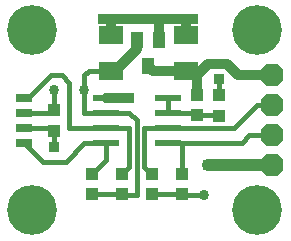
<source format=gtl>
G75*
%MOIN*%
%OFA0B0*%
%FSLAX25Y25*%
%IPPOS*%
%LPD*%
%AMOC8*
5,1,8,0,0,1.08239X$1,22.5*
%
%ADD10R,0.07874X0.05906*%
%ADD11R,0.04252X0.04134*%
%ADD12OC8,0.07600*%
%ADD13R,0.04331X0.03937*%
%ADD14R,0.05512X0.02756*%
%ADD15R,0.08661X0.02362*%
%ADD16R,0.03937X0.05512*%
%ADD17C,0.01600*%
%ADD18C,0.03200*%
%ADD19C,0.03400*%
%ADD20R,0.03400X0.03400*%
%ADD21C,0.04000*%
%ADD22C,0.16598*%
D10*
X0056330Y0060594D03*
X0056330Y0072406D03*
X0081330Y0072406D03*
X0081330Y0060594D03*
D11*
X0092580Y0052445D03*
X0092580Y0045555D03*
X0037580Y0047445D03*
X0037580Y0040555D03*
D12*
X0110080Y0039000D03*
X0110080Y0049000D03*
X0110080Y0059000D03*
X0110080Y0029000D03*
D13*
X0085080Y0045654D03*
X0085080Y0052346D03*
X0080080Y0026096D03*
X0080080Y0019404D03*
X0070080Y0019404D03*
X0070080Y0026096D03*
X0060080Y0026096D03*
X0060080Y0019404D03*
X0050080Y0019404D03*
X0050080Y0026096D03*
D14*
X0027580Y0036500D03*
X0027580Y0041500D03*
X0027580Y0046500D03*
X0027580Y0051500D03*
D15*
X0054843Y0051500D03*
X0054843Y0046500D03*
X0054843Y0041500D03*
X0054843Y0036500D03*
X0075316Y0036500D03*
X0075316Y0041500D03*
X0075316Y0046500D03*
X0075316Y0051500D03*
D16*
X0068830Y0062169D03*
X0072570Y0070831D03*
X0065089Y0070831D03*
D17*
X0056330Y0060594D02*
X0049174Y0060594D01*
X0047580Y0059000D01*
X0047580Y0054000D01*
X0047580Y0046500D01*
X0054843Y0046500D01*
X0062580Y0046500D01*
X0065080Y0044000D01*
X0065080Y0019000D01*
X0060483Y0019000D01*
X0060080Y0019404D01*
X0050080Y0019404D01*
X0050080Y0026096D02*
X0054843Y0030860D01*
X0054843Y0036500D01*
X0047580Y0036500D01*
X0041330Y0030250D01*
X0033830Y0030250D01*
X0027580Y0036500D01*
X0027580Y0041500D02*
X0037580Y0041500D01*
X0037580Y0040555D01*
X0037580Y0035250D01*
X0042580Y0041500D02*
X0054843Y0041500D01*
X0062580Y0041500D01*
X0062580Y0028596D01*
X0060080Y0026096D01*
X0067580Y0028596D02*
X0067580Y0041500D01*
X0075316Y0041500D01*
X0097580Y0041500D01*
X0105080Y0049000D01*
X0110080Y0049000D01*
X0110080Y0039000D02*
X0102580Y0039000D01*
X0100080Y0036500D01*
X0080080Y0036500D01*
X0080080Y0026096D01*
X0080080Y0019404D02*
X0080483Y0019000D01*
X0087580Y0019000D01*
X0080080Y0019404D02*
X0070080Y0019404D01*
X0070080Y0026096D02*
X0067580Y0028596D01*
X0075316Y0036500D02*
X0080080Y0036500D01*
X0085080Y0045654D02*
X0092481Y0045654D01*
X0092580Y0045555D01*
X0085080Y0045654D02*
X0084233Y0046500D01*
X0075316Y0046500D01*
X0075316Y0051500D01*
X0092580Y0052445D02*
X0092580Y0057750D01*
X0042580Y0056500D02*
X0042580Y0041500D01*
X0037580Y0046500D02*
X0037580Y0047445D01*
X0037580Y0054000D01*
X0042580Y0056500D02*
X0040080Y0059000D01*
X0036330Y0059000D01*
X0028830Y0051500D01*
X0027580Y0051500D01*
X0027580Y0046500D02*
X0037580Y0046500D01*
D18*
X0054843Y0051500D02*
X0062580Y0051500D01*
X0057924Y0060594D02*
X0056330Y0060594D01*
X0057924Y0060594D02*
X0065080Y0067750D01*
X0065080Y0070821D01*
X0065089Y0070831D01*
X0072570Y0070831D02*
X0072580Y0077750D01*
X0058830Y0077750D01*
X0056330Y0077750D01*
X0053830Y0077750D01*
X0056330Y0077750D02*
X0056330Y0072406D01*
X0068830Y0062169D02*
X0070404Y0060594D01*
X0081330Y0060594D01*
X0082235Y0061500D01*
X0082580Y0061500D01*
X0085080Y0059000D01*
X0088830Y0062750D01*
X0095080Y0062750D01*
X0098830Y0059000D01*
X0110080Y0059000D01*
X0085080Y0059000D02*
X0085080Y0052346D01*
X0081330Y0072406D02*
X0081330Y0077750D01*
X0078830Y0077750D01*
X0083830Y0077750D02*
X0072580Y0077750D01*
D19*
X0047580Y0054000D03*
X0037580Y0054000D03*
X0087580Y0019000D03*
D20*
X0088830Y0029000D03*
X0062580Y0051500D03*
X0037580Y0035250D03*
X0092580Y0057750D03*
X0083830Y0077750D03*
X0078830Y0077750D03*
X0072580Y0077750D03*
X0058830Y0077750D03*
X0053830Y0077750D03*
D21*
X0088830Y0029000D02*
X0110080Y0029000D01*
D22*
X0030080Y0014000D03*
X0105080Y0014000D03*
X0105080Y0074000D03*
X0030080Y0074000D03*
M02*

</source>
